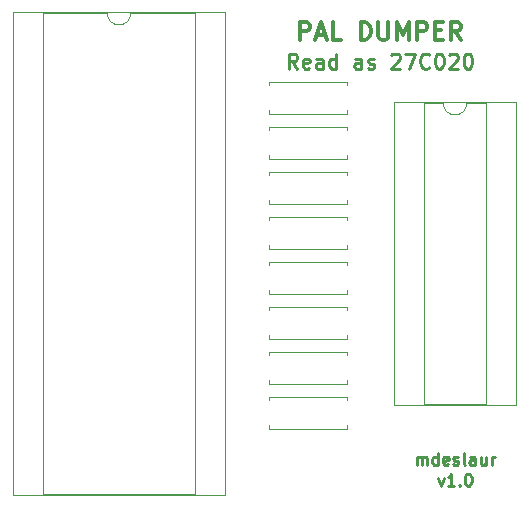
<source format=gto>
G04 #@! TF.GenerationSoftware,KiCad,Pcbnew,5.1.12-84ad8e8a86~92~ubuntu20.04.1*
G04 #@! TF.CreationDate,2022-09-18T19:07:34-04:00*
G04 #@! TF.ProjectId,pal-dumper,70616c2d-6475-46d7-9065-722e6b696361,v1.0*
G04 #@! TF.SameCoordinates,Original*
G04 #@! TF.FileFunction,Legend,Top*
G04 #@! TF.FilePolarity,Positive*
%FSLAX46Y46*%
G04 Gerber Fmt 4.6, Leading zero omitted, Abs format (unit mm)*
G04 Created by KiCad (PCBNEW 5.1.12-84ad8e8a86~92~ubuntu20.04.1) date 2022-09-18 19:07:34*
%MOMM*%
%LPD*%
G01*
G04 APERTURE LIST*
%ADD10C,0.254000*%
%ADD11C,0.300000*%
%ADD12C,0.120000*%
%ADD13O,1.600000X1.600000*%
%ADD14C,1.600000*%
%ADD15R,1.600000X1.600000*%
G04 APERTURE END LIST*
D10*
X139034761Y-78806523D02*
X138611428Y-78201761D01*
X138309047Y-78806523D02*
X138309047Y-77536523D01*
X138792857Y-77536523D01*
X138913809Y-77597000D01*
X138974285Y-77657476D01*
X139034761Y-77778428D01*
X139034761Y-77959857D01*
X138974285Y-78080809D01*
X138913809Y-78141285D01*
X138792857Y-78201761D01*
X138309047Y-78201761D01*
X140062857Y-78746047D02*
X139941904Y-78806523D01*
X139700000Y-78806523D01*
X139579047Y-78746047D01*
X139518571Y-78625095D01*
X139518571Y-78141285D01*
X139579047Y-78020333D01*
X139700000Y-77959857D01*
X139941904Y-77959857D01*
X140062857Y-78020333D01*
X140123333Y-78141285D01*
X140123333Y-78262238D01*
X139518571Y-78383190D01*
X141211904Y-78806523D02*
X141211904Y-78141285D01*
X141151428Y-78020333D01*
X141030476Y-77959857D01*
X140788571Y-77959857D01*
X140667619Y-78020333D01*
X141211904Y-78746047D02*
X141090952Y-78806523D01*
X140788571Y-78806523D01*
X140667619Y-78746047D01*
X140607142Y-78625095D01*
X140607142Y-78504142D01*
X140667619Y-78383190D01*
X140788571Y-78322714D01*
X141090952Y-78322714D01*
X141211904Y-78262238D01*
X142360952Y-78806523D02*
X142360952Y-77536523D01*
X142360952Y-78746047D02*
X142240000Y-78806523D01*
X141998095Y-78806523D01*
X141877142Y-78746047D01*
X141816666Y-78685571D01*
X141756190Y-78564619D01*
X141756190Y-78201761D01*
X141816666Y-78080809D01*
X141877142Y-78020333D01*
X141998095Y-77959857D01*
X142240000Y-77959857D01*
X142360952Y-78020333D01*
X144477619Y-78806523D02*
X144477619Y-78141285D01*
X144417142Y-78020333D01*
X144296190Y-77959857D01*
X144054285Y-77959857D01*
X143933333Y-78020333D01*
X144477619Y-78746047D02*
X144356666Y-78806523D01*
X144054285Y-78806523D01*
X143933333Y-78746047D01*
X143872857Y-78625095D01*
X143872857Y-78504142D01*
X143933333Y-78383190D01*
X144054285Y-78322714D01*
X144356666Y-78322714D01*
X144477619Y-78262238D01*
X145021904Y-78746047D02*
X145142857Y-78806523D01*
X145384761Y-78806523D01*
X145505714Y-78746047D01*
X145566190Y-78625095D01*
X145566190Y-78564619D01*
X145505714Y-78443666D01*
X145384761Y-78383190D01*
X145203333Y-78383190D01*
X145082380Y-78322714D01*
X145021904Y-78201761D01*
X145021904Y-78141285D01*
X145082380Y-78020333D01*
X145203333Y-77959857D01*
X145384761Y-77959857D01*
X145505714Y-78020333D01*
X147017619Y-77657476D02*
X147078095Y-77597000D01*
X147199047Y-77536523D01*
X147501428Y-77536523D01*
X147622380Y-77597000D01*
X147682857Y-77657476D01*
X147743333Y-77778428D01*
X147743333Y-77899380D01*
X147682857Y-78080809D01*
X146957142Y-78806523D01*
X147743333Y-78806523D01*
X148166666Y-77536523D02*
X149013333Y-77536523D01*
X148469047Y-78806523D01*
X150222857Y-78685571D02*
X150162380Y-78746047D01*
X149980952Y-78806523D01*
X149860000Y-78806523D01*
X149678571Y-78746047D01*
X149557619Y-78625095D01*
X149497142Y-78504142D01*
X149436666Y-78262238D01*
X149436666Y-78080809D01*
X149497142Y-77838904D01*
X149557619Y-77717952D01*
X149678571Y-77597000D01*
X149860000Y-77536523D01*
X149980952Y-77536523D01*
X150162380Y-77597000D01*
X150222857Y-77657476D01*
X151009047Y-77536523D02*
X151130000Y-77536523D01*
X151250952Y-77597000D01*
X151311428Y-77657476D01*
X151371904Y-77778428D01*
X151432380Y-78020333D01*
X151432380Y-78322714D01*
X151371904Y-78564619D01*
X151311428Y-78685571D01*
X151250952Y-78746047D01*
X151130000Y-78806523D01*
X151009047Y-78806523D01*
X150888095Y-78746047D01*
X150827619Y-78685571D01*
X150767142Y-78564619D01*
X150706666Y-78322714D01*
X150706666Y-78020333D01*
X150767142Y-77778428D01*
X150827619Y-77657476D01*
X150888095Y-77597000D01*
X151009047Y-77536523D01*
X151916190Y-77657476D02*
X151976666Y-77597000D01*
X152097619Y-77536523D01*
X152400000Y-77536523D01*
X152520952Y-77597000D01*
X152581428Y-77657476D01*
X152641904Y-77778428D01*
X152641904Y-77899380D01*
X152581428Y-78080809D01*
X151855714Y-78806523D01*
X152641904Y-78806523D01*
X153428095Y-77536523D02*
X153549047Y-77536523D01*
X153670000Y-77597000D01*
X153730476Y-77657476D01*
X153790952Y-77778428D01*
X153851428Y-78020333D01*
X153851428Y-78322714D01*
X153790952Y-78564619D01*
X153730476Y-78685571D01*
X153670000Y-78746047D01*
X153549047Y-78806523D01*
X153428095Y-78806523D01*
X153307142Y-78746047D01*
X153246666Y-78685571D01*
X153186190Y-78564619D01*
X153125714Y-78322714D01*
X153125714Y-78020333D01*
X153186190Y-77778428D01*
X153246666Y-77657476D01*
X153307142Y-77597000D01*
X153428095Y-77536523D01*
X149158476Y-112346619D02*
X149158476Y-111669285D01*
X149158476Y-111766047D02*
X149206857Y-111717666D01*
X149303619Y-111669285D01*
X149448761Y-111669285D01*
X149545523Y-111717666D01*
X149593904Y-111814428D01*
X149593904Y-112346619D01*
X149593904Y-111814428D02*
X149642285Y-111717666D01*
X149739047Y-111669285D01*
X149884190Y-111669285D01*
X149980952Y-111717666D01*
X150029333Y-111814428D01*
X150029333Y-112346619D01*
X150948571Y-112346619D02*
X150948571Y-111330619D01*
X150948571Y-112298238D02*
X150851809Y-112346619D01*
X150658285Y-112346619D01*
X150561523Y-112298238D01*
X150513142Y-112249857D01*
X150464761Y-112153095D01*
X150464761Y-111862809D01*
X150513142Y-111766047D01*
X150561523Y-111717666D01*
X150658285Y-111669285D01*
X150851809Y-111669285D01*
X150948571Y-111717666D01*
X151819428Y-112298238D02*
X151722666Y-112346619D01*
X151529142Y-112346619D01*
X151432380Y-112298238D01*
X151384000Y-112201476D01*
X151384000Y-111814428D01*
X151432380Y-111717666D01*
X151529142Y-111669285D01*
X151722666Y-111669285D01*
X151819428Y-111717666D01*
X151867809Y-111814428D01*
X151867809Y-111911190D01*
X151384000Y-112007952D01*
X152254857Y-112298238D02*
X152351619Y-112346619D01*
X152545142Y-112346619D01*
X152641904Y-112298238D01*
X152690285Y-112201476D01*
X152690285Y-112153095D01*
X152641904Y-112056333D01*
X152545142Y-112007952D01*
X152400000Y-112007952D01*
X152303238Y-111959571D01*
X152254857Y-111862809D01*
X152254857Y-111814428D01*
X152303238Y-111717666D01*
X152400000Y-111669285D01*
X152545142Y-111669285D01*
X152641904Y-111717666D01*
X153270857Y-112346619D02*
X153174095Y-112298238D01*
X153125714Y-112201476D01*
X153125714Y-111330619D01*
X154093333Y-112346619D02*
X154093333Y-111814428D01*
X154044952Y-111717666D01*
X153948190Y-111669285D01*
X153754666Y-111669285D01*
X153657904Y-111717666D01*
X154093333Y-112298238D02*
X153996571Y-112346619D01*
X153754666Y-112346619D01*
X153657904Y-112298238D01*
X153609523Y-112201476D01*
X153609523Y-112104714D01*
X153657904Y-112007952D01*
X153754666Y-111959571D01*
X153996571Y-111959571D01*
X154093333Y-111911190D01*
X155012571Y-111669285D02*
X155012571Y-112346619D01*
X154577142Y-111669285D02*
X154577142Y-112201476D01*
X154625523Y-112298238D01*
X154722285Y-112346619D01*
X154867428Y-112346619D01*
X154964190Y-112298238D01*
X155012571Y-112249857D01*
X155496380Y-112346619D02*
X155496380Y-111669285D01*
X155496380Y-111862809D02*
X155544761Y-111766047D01*
X155593142Y-111717666D01*
X155689904Y-111669285D01*
X155786666Y-111669285D01*
X150948571Y-113447285D02*
X151190476Y-114124619D01*
X151432380Y-113447285D01*
X152351619Y-114124619D02*
X151771047Y-114124619D01*
X152061333Y-114124619D02*
X152061333Y-113108619D01*
X151964571Y-113253761D01*
X151867809Y-113350523D01*
X151771047Y-113398904D01*
X152787047Y-114027857D02*
X152835428Y-114076238D01*
X152787047Y-114124619D01*
X152738666Y-114076238D01*
X152787047Y-114027857D01*
X152787047Y-114124619D01*
X153464380Y-113108619D02*
X153561142Y-113108619D01*
X153657904Y-113157000D01*
X153706285Y-113205380D01*
X153754666Y-113302142D01*
X153803047Y-113495666D01*
X153803047Y-113737571D01*
X153754666Y-113931095D01*
X153706285Y-114027857D01*
X153657904Y-114076238D01*
X153561142Y-114124619D01*
X153464380Y-114124619D01*
X153367619Y-114076238D01*
X153319238Y-114027857D01*
X153270857Y-113931095D01*
X153222476Y-113737571D01*
X153222476Y-113495666D01*
X153270857Y-113302142D01*
X153319238Y-113205380D01*
X153367619Y-113157000D01*
X153464380Y-113108619D01*
D11*
X139264285Y-76370571D02*
X139264285Y-74870571D01*
X139835714Y-74870571D01*
X139978571Y-74942000D01*
X140050000Y-75013428D01*
X140121428Y-75156285D01*
X140121428Y-75370571D01*
X140050000Y-75513428D01*
X139978571Y-75584857D01*
X139835714Y-75656285D01*
X139264285Y-75656285D01*
X140692857Y-75942000D02*
X141407142Y-75942000D01*
X140550000Y-76370571D02*
X141050000Y-74870571D01*
X141550000Y-76370571D01*
X142764285Y-76370571D02*
X142050000Y-76370571D01*
X142050000Y-74870571D01*
X144407142Y-76370571D02*
X144407142Y-74870571D01*
X144764285Y-74870571D01*
X144978571Y-74942000D01*
X145121428Y-75084857D01*
X145192857Y-75227714D01*
X145264285Y-75513428D01*
X145264285Y-75727714D01*
X145192857Y-76013428D01*
X145121428Y-76156285D01*
X144978571Y-76299142D01*
X144764285Y-76370571D01*
X144407142Y-76370571D01*
X145907142Y-74870571D02*
X145907142Y-76084857D01*
X145978571Y-76227714D01*
X146050000Y-76299142D01*
X146192857Y-76370571D01*
X146478571Y-76370571D01*
X146621428Y-76299142D01*
X146692857Y-76227714D01*
X146764285Y-76084857D01*
X146764285Y-74870571D01*
X147478571Y-76370571D02*
X147478571Y-74870571D01*
X147978571Y-75942000D01*
X148478571Y-74870571D01*
X148478571Y-76370571D01*
X149192857Y-76370571D02*
X149192857Y-74870571D01*
X149764285Y-74870571D01*
X149907142Y-74942000D01*
X149978571Y-75013428D01*
X150050000Y-75156285D01*
X150050000Y-75370571D01*
X149978571Y-75513428D01*
X149907142Y-75584857D01*
X149764285Y-75656285D01*
X149192857Y-75656285D01*
X150692857Y-75584857D02*
X151192857Y-75584857D01*
X151407142Y-76370571D02*
X150692857Y-76370571D01*
X150692857Y-74870571D01*
X151407142Y-74870571D01*
X152907142Y-76370571D02*
X152407142Y-75656285D01*
X152050000Y-76370571D02*
X152050000Y-74870571D01*
X152621428Y-74870571D01*
X152764285Y-74942000D01*
X152835714Y-75013428D01*
X152907142Y-75156285D01*
X152907142Y-75370571D01*
X152835714Y-75513428D01*
X152764285Y-75584857D01*
X152621428Y-75656285D01*
X152050000Y-75656285D01*
D12*
X136684000Y-91340000D02*
X136684000Y-91670000D01*
X143224000Y-91340000D02*
X136684000Y-91340000D01*
X143224000Y-91670000D02*
X143224000Y-91340000D01*
X136684000Y-94080000D02*
X136684000Y-93750000D01*
X143224000Y-94080000D02*
X136684000Y-94080000D01*
X143224000Y-93750000D02*
X143224000Y-94080000D01*
X157540000Y-81668000D02*
X147260000Y-81668000D01*
X157540000Y-107308000D02*
X157540000Y-81668000D01*
X147260000Y-107308000D02*
X157540000Y-107308000D01*
X147260000Y-81668000D02*
X147260000Y-107308000D01*
X155050000Y-81728000D02*
X153400000Y-81728000D01*
X155050000Y-107248000D02*
X155050000Y-81728000D01*
X149750000Y-107248000D02*
X155050000Y-107248000D01*
X149750000Y-81728000D02*
X149750000Y-107248000D01*
X151400000Y-81728000D02*
X149750000Y-81728000D01*
X153400000Y-81728000D02*
G75*
G02*
X151400000Y-81728000I-1000000J0D01*
G01*
X132902000Y-74048000D02*
X115002000Y-74048000D01*
X132902000Y-114928000D02*
X132902000Y-74048000D01*
X115002000Y-114928000D02*
X132902000Y-114928000D01*
X115002000Y-74048000D02*
X115002000Y-114928000D01*
X130412000Y-74108000D02*
X124952000Y-74108000D01*
X130412000Y-114868000D02*
X130412000Y-74108000D01*
X117492000Y-114868000D02*
X130412000Y-114868000D01*
X117492000Y-74108000D02*
X117492000Y-114868000D01*
X122952000Y-74108000D02*
X117492000Y-74108000D01*
X124952000Y-74108000D02*
G75*
G02*
X122952000Y-74108000I-1000000J0D01*
G01*
X136684000Y-79910000D02*
X136684000Y-80240000D01*
X143224000Y-79910000D02*
X136684000Y-79910000D01*
X143224000Y-80240000D02*
X143224000Y-79910000D01*
X136684000Y-82650000D02*
X136684000Y-82320000D01*
X143224000Y-82650000D02*
X136684000Y-82650000D01*
X143224000Y-82320000D02*
X143224000Y-82650000D01*
X136684000Y-83720000D02*
X136684000Y-84050000D01*
X143224000Y-83720000D02*
X136684000Y-83720000D01*
X143224000Y-84050000D02*
X143224000Y-83720000D01*
X136684000Y-86460000D02*
X136684000Y-86130000D01*
X143224000Y-86460000D02*
X136684000Y-86460000D01*
X143224000Y-86130000D02*
X143224000Y-86460000D01*
X136684000Y-87530000D02*
X136684000Y-87860000D01*
X143224000Y-87530000D02*
X136684000Y-87530000D01*
X143224000Y-87860000D02*
X143224000Y-87530000D01*
X136684000Y-90270000D02*
X136684000Y-89940000D01*
X143224000Y-90270000D02*
X136684000Y-90270000D01*
X143224000Y-89940000D02*
X143224000Y-90270000D01*
X136684000Y-95150000D02*
X136684000Y-95480000D01*
X143224000Y-95150000D02*
X136684000Y-95150000D01*
X143224000Y-95480000D02*
X143224000Y-95150000D01*
X136684000Y-97890000D02*
X136684000Y-97560000D01*
X143224000Y-97890000D02*
X136684000Y-97890000D01*
X143224000Y-97560000D02*
X143224000Y-97890000D01*
X136684000Y-98960000D02*
X136684000Y-99290000D01*
X143224000Y-98960000D02*
X136684000Y-98960000D01*
X143224000Y-99290000D02*
X143224000Y-98960000D01*
X136684000Y-101700000D02*
X136684000Y-101370000D01*
X143224000Y-101700000D02*
X136684000Y-101700000D01*
X143224000Y-101370000D02*
X143224000Y-101700000D01*
X136684000Y-102770000D02*
X136684000Y-103100000D01*
X143224000Y-102770000D02*
X136684000Y-102770000D01*
X143224000Y-103100000D02*
X143224000Y-102770000D01*
X136684000Y-105510000D02*
X136684000Y-105180000D01*
X143224000Y-105510000D02*
X136684000Y-105510000D01*
X143224000Y-105180000D02*
X143224000Y-105510000D01*
X136684000Y-106580000D02*
X136684000Y-106910000D01*
X143224000Y-106580000D02*
X136684000Y-106580000D01*
X143224000Y-106910000D02*
X143224000Y-106580000D01*
X136684000Y-109320000D02*
X136684000Y-108990000D01*
X143224000Y-109320000D02*
X136684000Y-109320000D01*
X143224000Y-108990000D02*
X143224000Y-109320000D01*
%LPC*%
D13*
X136144000Y-92710000D03*
D14*
X143764000Y-92710000D03*
D13*
X156210000Y-83058000D03*
X148590000Y-105918000D03*
X156210000Y-85598000D03*
X148590000Y-103378000D03*
X156210000Y-88138000D03*
X148590000Y-100838000D03*
X156210000Y-90678000D03*
X148590000Y-98298000D03*
X156210000Y-93218000D03*
X148590000Y-95758000D03*
X156210000Y-95758000D03*
X148590000Y-93218000D03*
X156210000Y-98298000D03*
X148590000Y-90678000D03*
X156210000Y-100838000D03*
X148590000Y-88138000D03*
X156210000Y-103378000D03*
X148590000Y-85598000D03*
X156210000Y-105918000D03*
D15*
X148590000Y-83058000D03*
D13*
X131572000Y-75438000D03*
X116332000Y-113538000D03*
X131572000Y-77978000D03*
X116332000Y-110998000D03*
X131572000Y-80518000D03*
X116332000Y-108458000D03*
X131572000Y-83058000D03*
X116332000Y-105918000D03*
X131572000Y-85598000D03*
X116332000Y-103378000D03*
X131572000Y-88138000D03*
X116332000Y-100838000D03*
X131572000Y-90678000D03*
X116332000Y-98298000D03*
X131572000Y-93218000D03*
X116332000Y-95758000D03*
X131572000Y-95758000D03*
X116332000Y-93218000D03*
X131572000Y-98298000D03*
X116332000Y-90678000D03*
X131572000Y-100838000D03*
X116332000Y-88138000D03*
X131572000Y-103378000D03*
X116332000Y-85598000D03*
X131572000Y-105918000D03*
X116332000Y-83058000D03*
X131572000Y-108458000D03*
X116332000Y-80518000D03*
X131572000Y-110998000D03*
X116332000Y-77978000D03*
X131572000Y-113538000D03*
D15*
X116332000Y-75438000D03*
D13*
X136144000Y-81280000D03*
D14*
X143764000Y-81280000D03*
D13*
X136144000Y-85090000D03*
D14*
X143764000Y-85090000D03*
D13*
X136144000Y-88900000D03*
D14*
X143764000Y-88900000D03*
D13*
X136144000Y-96520000D03*
D14*
X143764000Y-96520000D03*
D13*
X136144000Y-100330000D03*
D14*
X143764000Y-100330000D03*
D13*
X136144000Y-104140000D03*
D14*
X143764000Y-104140000D03*
D13*
X136144000Y-107950000D03*
D14*
X143764000Y-107950000D03*
M02*

</source>
